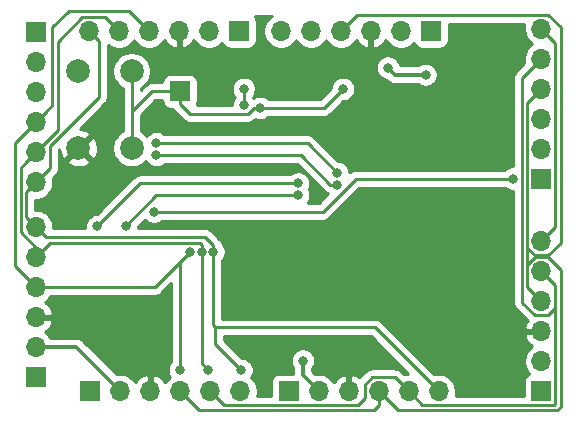
<source format=gbr>
G04 #@! TF.GenerationSoftware,KiCad,Pcbnew,(5.1.5)-3*
G04 #@! TF.CreationDate,2020-05-01T16:20:29+02:00*
G04 #@! TF.ProjectId,Arduino_Uno_R3_From_Scratch,41726475-696e-46f5-9f55-6e6f5f52335f,rev?*
G04 #@! TF.SameCoordinates,Original*
G04 #@! TF.FileFunction,Copper,L2,Bot*
G04 #@! TF.FilePolarity,Positive*
%FSLAX46Y46*%
G04 Gerber Fmt 4.6, Leading zero omitted, Abs format (unit mm)*
G04 Created by KiCad (PCBNEW (5.1.5)-3) date 2020-05-01 16:20:29*
%MOMM*%
%LPD*%
G04 APERTURE LIST*
%ADD10C,2.000000*%
%ADD11R,1.700000X1.700000*%
%ADD12O,1.700000X1.700000*%
%ADD13C,0.800000*%
%ADD14C,0.350000*%
%ADD15C,0.250000*%
%ADD16C,0.254000*%
G04 APERTURE END LIST*
D10*
X185900000Y-105400000D03*
X181400000Y-105400000D03*
X185900000Y-98900000D03*
X181400000Y-98900000D03*
D11*
X190000000Y-100600000D03*
X195000000Y-95500000D03*
D12*
X192460000Y-95500000D03*
X189920000Y-95500000D03*
X187380000Y-95500000D03*
X184840000Y-95500000D03*
X182300000Y-95500000D03*
D11*
X177800000Y-124800000D03*
D12*
X177800000Y-122260000D03*
X177800000Y-119720000D03*
X177800000Y-117180000D03*
X177800000Y-114640000D03*
X177800000Y-112100000D03*
X220600000Y-95300000D03*
X220600000Y-97840000D03*
X220600000Y-100380000D03*
X220600000Y-102920000D03*
X220600000Y-105460000D03*
D11*
X220600000Y-108000000D03*
X220600000Y-126000000D03*
D12*
X220600000Y-123460000D03*
X220600000Y-120920000D03*
X220600000Y-118380000D03*
X220600000Y-115840000D03*
X220600000Y-113300000D03*
X211900000Y-126000000D03*
X209360000Y-126000000D03*
X206820000Y-126000000D03*
X204280000Y-126000000D03*
X201740000Y-126000000D03*
D11*
X199200000Y-126000000D03*
X182400000Y-126000000D03*
D12*
X184940000Y-126000000D03*
X187480000Y-126000000D03*
X190020000Y-126000000D03*
X192560000Y-126000000D03*
X195100000Y-126000000D03*
X198550000Y-95500000D03*
X201090000Y-95500000D03*
X203630000Y-95500000D03*
X206170000Y-95500000D03*
X208710000Y-95500000D03*
D11*
X211250000Y-95500000D03*
X177800000Y-95600000D03*
D12*
X177800000Y-98140000D03*
X177800000Y-100680000D03*
X177800000Y-103220000D03*
X177800000Y-105760000D03*
X177800000Y-108300000D03*
D13*
X200000000Y-108400000D03*
X200000000Y-109400000D03*
X203800000Y-100400000D03*
X195400000Y-100400000D03*
X195400000Y-101800000D03*
X218200000Y-108000000D03*
X187800000Y-110800000D03*
X209200000Y-101200000D03*
X199000000Y-115200000D03*
X208600000Y-112400000D03*
X194000000Y-116800000D03*
X186000000Y-122200000D03*
X200400000Y-123400000D03*
X197000000Y-123400000D03*
X207600000Y-98600000D03*
X210800000Y-99200000D03*
X195200000Y-124200000D03*
X192400000Y-124200000D03*
X190000000Y-124200000D03*
X188000000Y-105000000D03*
X188000000Y-106000000D03*
X203300000Y-108500000D03*
X203300000Y-107500000D03*
X191824977Y-114200000D03*
X192824990Y-114200000D03*
X190824964Y-114200000D03*
X196800000Y-102000000D03*
X183012660Y-112012660D03*
X185400000Y-112000000D03*
D14*
X181200000Y-122260000D02*
X184940000Y-126000000D01*
X177800000Y-122260000D02*
X181200000Y-122260000D01*
X200400000Y-124660000D02*
X201740000Y-126000000D01*
X200400000Y-123400000D02*
X200400000Y-124660000D01*
X208200000Y-99200000D02*
X207600000Y-98600000D01*
X210800000Y-99200000D02*
X208200000Y-99200000D01*
D15*
X202734315Y-108500000D02*
X200234315Y-106000000D01*
X203300000Y-108500000D02*
X202734315Y-108500000D01*
X199434315Y-106000000D02*
X188000000Y-106000000D01*
X200234315Y-106000000D02*
X199434315Y-106000000D01*
X203300000Y-107500000D02*
X200800000Y-105000000D01*
X200800000Y-105000000D02*
X199800000Y-105000000D01*
X200000000Y-105000000D02*
X199800000Y-105000000D01*
X199800000Y-105000000D02*
X188000000Y-105000000D01*
X208510001Y-125150001D02*
X209360000Y-126000000D01*
X206255999Y-124824999D02*
X208184999Y-124824999D01*
X208184999Y-124824999D02*
X208510001Y-125150001D01*
X205644999Y-126564001D02*
X205644999Y-125435999D01*
X205033999Y-127175001D02*
X205644999Y-126564001D01*
X193735001Y-127175001D02*
X205033999Y-127175001D01*
X205644999Y-125435999D02*
X206255999Y-124824999D01*
X192560000Y-126000000D02*
X193735001Y-127175001D01*
X176950001Y-106609999D02*
X177800000Y-105760000D01*
X176499991Y-112538993D02*
X176499991Y-107060009D01*
X177800000Y-113839002D02*
X176499991Y-112538993D01*
X176499991Y-107060009D02*
X176950001Y-106609999D01*
X177800000Y-114640000D02*
X177800000Y-113839002D01*
X192400000Y-124200000D02*
X191824977Y-123624977D01*
X191824977Y-114765685D02*
X191824977Y-114200000D01*
X177800000Y-114640000D02*
X178965001Y-113474999D01*
X191665661Y-113474999D02*
X191824977Y-113634315D01*
X191824977Y-113634315D02*
X191824977Y-114200000D01*
X178965001Y-113474999D02*
X191665661Y-113474999D01*
X191824977Y-123624977D02*
X191824977Y-114765685D01*
X183990001Y-94650001D02*
X184840000Y-95500000D01*
X183664999Y-94324999D02*
X183990001Y-94650001D01*
X181735999Y-94324999D02*
X183664999Y-94324999D01*
X179650010Y-96410988D02*
X181735999Y-94324999D01*
X179650010Y-103909990D02*
X179650010Y-96410988D01*
X177800000Y-105760000D02*
X179650010Y-103909990D01*
X221775001Y-127110001D02*
X221775001Y-117015001D01*
X221710001Y-127175001D02*
X221775001Y-127110001D01*
X210535001Y-127175001D02*
X221710001Y-127175001D01*
X209360000Y-126000000D02*
X210535001Y-127175001D01*
X219750001Y-98689999D02*
X220600000Y-97840000D01*
X218974989Y-99465011D02*
X219750001Y-98689999D01*
X218974989Y-118493991D02*
X218974989Y-99465011D01*
X220035999Y-119555001D02*
X218974989Y-118493991D01*
X221775001Y-118944001D02*
X221164001Y-119555001D01*
X221164001Y-119555001D02*
X220035999Y-119555001D01*
X221775001Y-117015001D02*
X221775001Y-118944001D01*
X220600000Y-115840000D02*
X221775001Y-117015001D01*
X193000000Y-122000000D02*
X195200000Y-124200000D01*
X206500000Y-120600000D02*
X211900000Y-126000000D01*
X193000000Y-120600000D02*
X206500000Y-120600000D01*
X193000000Y-120600000D02*
X193000000Y-122000000D01*
X176950001Y-109149999D02*
X177800000Y-108300000D01*
X176950001Y-111250001D02*
X176950001Y-109149999D01*
X177800000Y-112100000D02*
X176950001Y-111250001D01*
X178649999Y-112949999D02*
X192140674Y-112949999D01*
X192140674Y-112949999D02*
X192824990Y-113634315D01*
X192824990Y-120424990D02*
X192824990Y-114765685D01*
X177800000Y-112100000D02*
X178649999Y-112949999D01*
X192824990Y-113634315D02*
X192824990Y-114200000D01*
X193000000Y-120600000D02*
X192824990Y-120424990D01*
X192824990Y-114765685D02*
X192824990Y-114200000D01*
X183149999Y-101046411D02*
X183149999Y-96349999D01*
X178975001Y-105221409D02*
X183149999Y-101046411D01*
X183149999Y-96349999D02*
X182300000Y-95500000D01*
X178975001Y-107124999D02*
X178975001Y-105221409D01*
X177800000Y-108300000D02*
X178975001Y-107124999D01*
X221449999Y-96149999D02*
X220600000Y-95300000D01*
X221775001Y-96475001D02*
X221449999Y-96149999D01*
X221775001Y-112124999D02*
X221775001Y-96475001D01*
X220600000Y-113300000D02*
X221775001Y-112124999D01*
X206820000Y-127202081D02*
X206820000Y-126000000D01*
X206397071Y-127625010D02*
X206820000Y-127202081D01*
X190020000Y-126000000D02*
X191645010Y-127625010D01*
X191645010Y-127625010D02*
X206397071Y-127625010D01*
X176049981Y-104970019D02*
X176950001Y-104069999D01*
X176049981Y-115429981D02*
X176049981Y-104970019D01*
X176950001Y-104069999D02*
X177800000Y-103220000D01*
X177800000Y-117180000D02*
X176049981Y-115429981D01*
X177800000Y-117180000D02*
X187844964Y-117180000D01*
X190424965Y-114599999D02*
X190824964Y-114200000D01*
X190000000Y-124200000D02*
X190000000Y-115024964D01*
X187844964Y-117180000D02*
X190824964Y-114200000D01*
X190000000Y-115024964D02*
X190424965Y-114599999D01*
X185680000Y-93800000D02*
X187380000Y-95500000D01*
X180600000Y-93800000D02*
X185680000Y-93800000D01*
X178649999Y-102370001D02*
X178649999Y-102350001D01*
X177800000Y-103220000D02*
X178649999Y-102370001D01*
X179200000Y-95200000D02*
X180600000Y-93800000D01*
X178649999Y-102350001D02*
X179200000Y-101800000D01*
X179200000Y-101800000D02*
X179200000Y-95200000D01*
X219424999Y-115275999D02*
X219424999Y-117204999D01*
X220035999Y-114664999D02*
X219424999Y-115275999D01*
X221164001Y-114664999D02*
X220035999Y-114664999D01*
X222225011Y-115726009D02*
X221164001Y-114664999D01*
X222225011Y-127296401D02*
X222225011Y-115726009D01*
X221896402Y-127625010D02*
X222225011Y-127296401D01*
X208445010Y-127625010D02*
X221896402Y-127625010D01*
X206820000Y-126000000D02*
X208445010Y-127625010D01*
X219424999Y-117204999D02*
X219424999Y-101555001D01*
X220600000Y-118380000D02*
X219424999Y-117204999D01*
X204479999Y-94650001D02*
X203630000Y-95500000D01*
X221164001Y-94124999D02*
X205005001Y-94124999D01*
X222225010Y-95186008D02*
X221164001Y-94124999D01*
X220035999Y-114475001D02*
X221164001Y-114475001D01*
X205005001Y-94124999D02*
X204479999Y-94650001D01*
X219424999Y-113864001D02*
X220035999Y-114475001D01*
X219424999Y-101555001D02*
X219424999Y-113864001D01*
X222225010Y-113413992D02*
X222225010Y-95186008D01*
X221164001Y-114475001D02*
X222225010Y-113413992D01*
X220600000Y-100380000D02*
X219424999Y-101555001D01*
X221164001Y-114664999D02*
X221164001Y-114475001D01*
X185900000Y-98900000D02*
X185900000Y-105400000D01*
X185900000Y-102300000D02*
X185900000Y-103985787D01*
X187600000Y-100600000D02*
X185900000Y-102300000D01*
X185900000Y-103985787D02*
X185900000Y-105400000D01*
X190000000Y-100600000D02*
X187600000Y-100600000D01*
X190000000Y-101700000D02*
X190000000Y-100600000D01*
X190825001Y-102525001D02*
X190000000Y-101700000D01*
X195748001Y-102525001D02*
X190825001Y-102525001D01*
X196273002Y-102000000D02*
X195748001Y-102525001D01*
X196800000Y-102000000D02*
X196273002Y-102000000D01*
X202200000Y-102000000D02*
X203800000Y-100400000D01*
X196800000Y-102000000D02*
X202200000Y-102000000D01*
X188365685Y-110800000D02*
X187800000Y-110800000D01*
X202073002Y-110800000D02*
X188365685Y-110800000D01*
X204873002Y-108000000D02*
X202073002Y-110800000D01*
X218200000Y-108000000D02*
X204873002Y-108000000D01*
X200000000Y-108400000D02*
X186625320Y-108400000D01*
X186625320Y-108400000D02*
X183412659Y-111612661D01*
X183412659Y-111612661D02*
X183012660Y-112012660D01*
X188000000Y-109400000D02*
X200000000Y-109400000D01*
X185400000Y-112000000D02*
X188000000Y-109400000D01*
X195400000Y-101800000D02*
X195400000Y-100400000D01*
D16*
G36*
X217540226Y-108803937D02*
G01*
X217709744Y-108917205D01*
X217898102Y-108995226D01*
X218098061Y-109035000D01*
X218214989Y-109035000D01*
X218214989Y-118456669D01*
X218211313Y-118493991D01*
X218214989Y-118531313D01*
X218214989Y-118531323D01*
X218225986Y-118642976D01*
X218249269Y-118719731D01*
X218269443Y-118786237D01*
X218340015Y-118918267D01*
X218368586Y-118953080D01*
X218434988Y-119033992D01*
X218463991Y-119057795D01*
X219427013Y-120020817D01*
X219328359Y-120153080D01*
X219203175Y-120415901D01*
X219158524Y-120563110D01*
X219279845Y-120793000D01*
X220473000Y-120793000D01*
X220473000Y-120773000D01*
X220727000Y-120773000D01*
X220727000Y-120793000D01*
X220747000Y-120793000D01*
X220747000Y-121047000D01*
X220727000Y-121047000D01*
X220727000Y-121067000D01*
X220473000Y-121067000D01*
X220473000Y-121047000D01*
X219279845Y-121047000D01*
X219158524Y-121276890D01*
X219203175Y-121424099D01*
X219328359Y-121686920D01*
X219502412Y-121920269D01*
X219718645Y-122115178D01*
X219835534Y-122184805D01*
X219653368Y-122306525D01*
X219446525Y-122513368D01*
X219284010Y-122756589D01*
X219172068Y-123026842D01*
X219115000Y-123313740D01*
X219115000Y-123606260D01*
X219172068Y-123893158D01*
X219284010Y-124163411D01*
X219446525Y-124406632D01*
X219578380Y-124538487D01*
X219505820Y-124560498D01*
X219395506Y-124619463D01*
X219298815Y-124698815D01*
X219219463Y-124795506D01*
X219160498Y-124905820D01*
X219124188Y-125025518D01*
X219111928Y-125150000D01*
X219111928Y-126415001D01*
X213331544Y-126415001D01*
X213385000Y-126146260D01*
X213385000Y-125853740D01*
X213327932Y-125566842D01*
X213215990Y-125296589D01*
X213053475Y-125053368D01*
X212846632Y-124846525D01*
X212603411Y-124684010D01*
X212333158Y-124572068D01*
X212046260Y-124515000D01*
X211753740Y-124515000D01*
X211533592Y-124558790D01*
X207063804Y-120089003D01*
X207040001Y-120059999D01*
X206924276Y-119965026D01*
X206792247Y-119894454D01*
X206648986Y-119850997D01*
X206537333Y-119840000D01*
X206537322Y-119840000D01*
X206500000Y-119836324D01*
X206462678Y-119840000D01*
X193584990Y-119840000D01*
X193584990Y-114903711D01*
X193628927Y-114859774D01*
X193742195Y-114690256D01*
X193820216Y-114501898D01*
X193859990Y-114301939D01*
X193859990Y-114098061D01*
X193820216Y-113898102D01*
X193742195Y-113709744D01*
X193628927Y-113540226D01*
X193573977Y-113485276D01*
X193530536Y-113342068D01*
X193507516Y-113299001D01*
X193459964Y-113210038D01*
X193388789Y-113123312D01*
X193364991Y-113094314D01*
X193335994Y-113070517D01*
X192704477Y-112439001D01*
X192680675Y-112409998D01*
X192564950Y-112315025D01*
X192432921Y-112244453D01*
X192289660Y-112200996D01*
X192178007Y-112189999D01*
X192177996Y-112189999D01*
X192140674Y-112186323D01*
X192103352Y-112189999D01*
X186417484Y-112189999D01*
X186435000Y-112101939D01*
X186435000Y-112039801D01*
X187005545Y-111469256D01*
X187140226Y-111603937D01*
X187309744Y-111717205D01*
X187498102Y-111795226D01*
X187698061Y-111835000D01*
X187901939Y-111835000D01*
X188101898Y-111795226D01*
X188290256Y-111717205D01*
X188459774Y-111603937D01*
X188503711Y-111560000D01*
X202035680Y-111560000D01*
X202073002Y-111563676D01*
X202110324Y-111560000D01*
X202110335Y-111560000D01*
X202221988Y-111549003D01*
X202365249Y-111505546D01*
X202497278Y-111434974D01*
X202613003Y-111340001D01*
X202636806Y-111310997D01*
X205187804Y-108760000D01*
X217496289Y-108760000D01*
X217540226Y-108803937D01*
G37*
X217540226Y-108803937D02*
X217709744Y-108917205D01*
X217898102Y-108995226D01*
X218098061Y-109035000D01*
X218214989Y-109035000D01*
X218214989Y-118456669D01*
X218211313Y-118493991D01*
X218214989Y-118531313D01*
X218214989Y-118531323D01*
X218225986Y-118642976D01*
X218249269Y-118719731D01*
X218269443Y-118786237D01*
X218340015Y-118918267D01*
X218368586Y-118953080D01*
X218434988Y-119033992D01*
X218463991Y-119057795D01*
X219427013Y-120020817D01*
X219328359Y-120153080D01*
X219203175Y-120415901D01*
X219158524Y-120563110D01*
X219279845Y-120793000D01*
X220473000Y-120793000D01*
X220473000Y-120773000D01*
X220727000Y-120773000D01*
X220727000Y-120793000D01*
X220747000Y-120793000D01*
X220747000Y-121047000D01*
X220727000Y-121047000D01*
X220727000Y-121067000D01*
X220473000Y-121067000D01*
X220473000Y-121047000D01*
X219279845Y-121047000D01*
X219158524Y-121276890D01*
X219203175Y-121424099D01*
X219328359Y-121686920D01*
X219502412Y-121920269D01*
X219718645Y-122115178D01*
X219835534Y-122184805D01*
X219653368Y-122306525D01*
X219446525Y-122513368D01*
X219284010Y-122756589D01*
X219172068Y-123026842D01*
X219115000Y-123313740D01*
X219115000Y-123606260D01*
X219172068Y-123893158D01*
X219284010Y-124163411D01*
X219446525Y-124406632D01*
X219578380Y-124538487D01*
X219505820Y-124560498D01*
X219395506Y-124619463D01*
X219298815Y-124698815D01*
X219219463Y-124795506D01*
X219160498Y-124905820D01*
X219124188Y-125025518D01*
X219111928Y-125150000D01*
X219111928Y-126415001D01*
X213331544Y-126415001D01*
X213385000Y-126146260D01*
X213385000Y-125853740D01*
X213327932Y-125566842D01*
X213215990Y-125296589D01*
X213053475Y-125053368D01*
X212846632Y-124846525D01*
X212603411Y-124684010D01*
X212333158Y-124572068D01*
X212046260Y-124515000D01*
X211753740Y-124515000D01*
X211533592Y-124558790D01*
X207063804Y-120089003D01*
X207040001Y-120059999D01*
X206924276Y-119965026D01*
X206792247Y-119894454D01*
X206648986Y-119850997D01*
X206537333Y-119840000D01*
X206537322Y-119840000D01*
X206500000Y-119836324D01*
X206462678Y-119840000D01*
X193584990Y-119840000D01*
X193584990Y-114903711D01*
X193628927Y-114859774D01*
X193742195Y-114690256D01*
X193820216Y-114501898D01*
X193859990Y-114301939D01*
X193859990Y-114098061D01*
X193820216Y-113898102D01*
X193742195Y-113709744D01*
X193628927Y-113540226D01*
X193573977Y-113485276D01*
X193530536Y-113342068D01*
X193507516Y-113299001D01*
X193459964Y-113210038D01*
X193388789Y-113123312D01*
X193364991Y-113094314D01*
X193335994Y-113070517D01*
X192704477Y-112439001D01*
X192680675Y-112409998D01*
X192564950Y-112315025D01*
X192432921Y-112244453D01*
X192289660Y-112200996D01*
X192178007Y-112189999D01*
X192177996Y-112189999D01*
X192140674Y-112186323D01*
X192103352Y-112189999D01*
X186417484Y-112189999D01*
X186435000Y-112101939D01*
X186435000Y-112039801D01*
X187005545Y-111469256D01*
X187140226Y-111603937D01*
X187309744Y-111717205D01*
X187498102Y-111795226D01*
X187698061Y-111835000D01*
X187901939Y-111835000D01*
X188101898Y-111795226D01*
X188290256Y-111717205D01*
X188459774Y-111603937D01*
X188503711Y-111560000D01*
X202035680Y-111560000D01*
X202073002Y-111563676D01*
X202110324Y-111560000D01*
X202110335Y-111560000D01*
X202221988Y-111549003D01*
X202365249Y-111505546D01*
X202497278Y-111434974D01*
X202613003Y-111340001D01*
X202636806Y-111310997D01*
X205187804Y-108760000D01*
X217496289Y-108760000D01*
X217540226Y-108803937D01*
G36*
X209340198Y-124515000D02*
G01*
X209213740Y-124515000D01*
X208993592Y-124558791D01*
X208748803Y-124314002D01*
X208725000Y-124284998D01*
X208609275Y-124190025D01*
X208477246Y-124119453D01*
X208333985Y-124075996D01*
X208222332Y-124064999D01*
X208222321Y-124064999D01*
X208184999Y-124061323D01*
X208147677Y-124064999D01*
X206293321Y-124064999D01*
X206255998Y-124061323D01*
X206218675Y-124064999D01*
X206218666Y-124064999D01*
X206107013Y-124075996D01*
X205963752Y-124119453D01*
X205831723Y-124190025D01*
X205831721Y-124190026D01*
X205831722Y-124190026D01*
X205744995Y-124261200D01*
X205744991Y-124261204D01*
X205715998Y-124284998D01*
X205692204Y-124313991D01*
X205179184Y-124827013D01*
X205046920Y-124728359D01*
X204784099Y-124603175D01*
X204636890Y-124558524D01*
X204407000Y-124679845D01*
X204407000Y-125873000D01*
X204427000Y-125873000D01*
X204427000Y-126127000D01*
X204407000Y-126127000D01*
X204407000Y-126147000D01*
X204153000Y-126147000D01*
X204153000Y-126127000D01*
X204133000Y-126127000D01*
X204133000Y-125873000D01*
X204153000Y-125873000D01*
X204153000Y-124679845D01*
X203923110Y-124558524D01*
X203775901Y-124603175D01*
X203513080Y-124728359D01*
X203279731Y-124902412D01*
X203084822Y-125118645D01*
X203015195Y-125235534D01*
X202893475Y-125053368D01*
X202686632Y-124846525D01*
X202443411Y-124684010D01*
X202173158Y-124572068D01*
X201886260Y-124515000D01*
X201593740Y-124515000D01*
X201432571Y-124547059D01*
X201210000Y-124324488D01*
X201210000Y-124050700D01*
X201317205Y-123890256D01*
X201395226Y-123701898D01*
X201435000Y-123501939D01*
X201435000Y-123298061D01*
X201395226Y-123098102D01*
X201317205Y-122909744D01*
X201203937Y-122740226D01*
X201059774Y-122596063D01*
X200890256Y-122482795D01*
X200701898Y-122404774D01*
X200501939Y-122365000D01*
X200298061Y-122365000D01*
X200098102Y-122404774D01*
X199909744Y-122482795D01*
X199740226Y-122596063D01*
X199596063Y-122740226D01*
X199482795Y-122909744D01*
X199404774Y-123098102D01*
X199365000Y-123298061D01*
X199365000Y-123501939D01*
X199404774Y-123701898D01*
X199482795Y-123890256D01*
X199590001Y-124050701D01*
X199590001Y-124511928D01*
X198350000Y-124511928D01*
X198225518Y-124524188D01*
X198105820Y-124560498D01*
X197995506Y-124619463D01*
X197898815Y-124698815D01*
X197819463Y-124795506D01*
X197760498Y-124905820D01*
X197724188Y-125025518D01*
X197711928Y-125150000D01*
X197711928Y-126415001D01*
X196531544Y-126415001D01*
X196585000Y-126146260D01*
X196585000Y-125853740D01*
X196527932Y-125566842D01*
X196415990Y-125296589D01*
X196253475Y-125053368D01*
X196046632Y-124846525D01*
X196023235Y-124830892D01*
X196117205Y-124690256D01*
X196195226Y-124501898D01*
X196235000Y-124301939D01*
X196235000Y-124098061D01*
X196195226Y-123898102D01*
X196117205Y-123709744D01*
X196003937Y-123540226D01*
X195859774Y-123396063D01*
X195690256Y-123282795D01*
X195501898Y-123204774D01*
X195301939Y-123165000D01*
X195239802Y-123165000D01*
X193760000Y-121685199D01*
X193760000Y-121360000D01*
X206185199Y-121360000D01*
X209340198Y-124515000D01*
G37*
X209340198Y-124515000D02*
X209213740Y-124515000D01*
X208993592Y-124558791D01*
X208748803Y-124314002D01*
X208725000Y-124284998D01*
X208609275Y-124190025D01*
X208477246Y-124119453D01*
X208333985Y-124075996D01*
X208222332Y-124064999D01*
X208222321Y-124064999D01*
X208184999Y-124061323D01*
X208147677Y-124064999D01*
X206293321Y-124064999D01*
X206255998Y-124061323D01*
X206218675Y-124064999D01*
X206218666Y-124064999D01*
X206107013Y-124075996D01*
X205963752Y-124119453D01*
X205831723Y-124190025D01*
X205831721Y-124190026D01*
X205831722Y-124190026D01*
X205744995Y-124261200D01*
X205744991Y-124261204D01*
X205715998Y-124284998D01*
X205692204Y-124313991D01*
X205179184Y-124827013D01*
X205046920Y-124728359D01*
X204784099Y-124603175D01*
X204636890Y-124558524D01*
X204407000Y-124679845D01*
X204407000Y-125873000D01*
X204427000Y-125873000D01*
X204427000Y-126127000D01*
X204407000Y-126127000D01*
X204407000Y-126147000D01*
X204153000Y-126147000D01*
X204153000Y-126127000D01*
X204133000Y-126127000D01*
X204133000Y-125873000D01*
X204153000Y-125873000D01*
X204153000Y-124679845D01*
X203923110Y-124558524D01*
X203775901Y-124603175D01*
X203513080Y-124728359D01*
X203279731Y-124902412D01*
X203084822Y-125118645D01*
X203015195Y-125235534D01*
X202893475Y-125053368D01*
X202686632Y-124846525D01*
X202443411Y-124684010D01*
X202173158Y-124572068D01*
X201886260Y-124515000D01*
X201593740Y-124515000D01*
X201432571Y-124547059D01*
X201210000Y-124324488D01*
X201210000Y-124050700D01*
X201317205Y-123890256D01*
X201395226Y-123701898D01*
X201435000Y-123501939D01*
X201435000Y-123298061D01*
X201395226Y-123098102D01*
X201317205Y-122909744D01*
X201203937Y-122740226D01*
X201059774Y-122596063D01*
X200890256Y-122482795D01*
X200701898Y-122404774D01*
X200501939Y-122365000D01*
X200298061Y-122365000D01*
X200098102Y-122404774D01*
X199909744Y-122482795D01*
X199740226Y-122596063D01*
X199596063Y-122740226D01*
X199482795Y-122909744D01*
X199404774Y-123098102D01*
X199365000Y-123298061D01*
X199365000Y-123501939D01*
X199404774Y-123701898D01*
X199482795Y-123890256D01*
X199590001Y-124050701D01*
X199590001Y-124511928D01*
X198350000Y-124511928D01*
X198225518Y-124524188D01*
X198105820Y-124560498D01*
X197995506Y-124619463D01*
X197898815Y-124698815D01*
X197819463Y-124795506D01*
X197760498Y-124905820D01*
X197724188Y-125025518D01*
X197711928Y-125150000D01*
X197711928Y-126415001D01*
X196531544Y-126415001D01*
X196585000Y-126146260D01*
X196585000Y-125853740D01*
X196527932Y-125566842D01*
X196415990Y-125296589D01*
X196253475Y-125053368D01*
X196046632Y-124846525D01*
X196023235Y-124830892D01*
X196117205Y-124690256D01*
X196195226Y-124501898D01*
X196235000Y-124301939D01*
X196235000Y-124098061D01*
X196195226Y-123898102D01*
X196117205Y-123709744D01*
X196003937Y-123540226D01*
X195859774Y-123396063D01*
X195690256Y-123282795D01*
X195501898Y-123204774D01*
X195301939Y-123165000D01*
X195239802Y-123165000D01*
X193760000Y-121685199D01*
X193760000Y-121360000D01*
X206185199Y-121360000D01*
X209340198Y-124515000D01*
G36*
X189240000Y-123496289D02*
G01*
X189196063Y-123540226D01*
X189082795Y-123709744D01*
X189004774Y-123898102D01*
X188965000Y-124098061D01*
X188965000Y-124301939D01*
X189004774Y-124501898D01*
X189082795Y-124690256D01*
X189152072Y-124793937D01*
X189073368Y-124846525D01*
X188866525Y-125053368D01*
X188744805Y-125235534D01*
X188675178Y-125118645D01*
X188480269Y-124902412D01*
X188246920Y-124728359D01*
X187984099Y-124603175D01*
X187836890Y-124558524D01*
X187607000Y-124679845D01*
X187607000Y-125873000D01*
X187627000Y-125873000D01*
X187627000Y-126127000D01*
X187607000Y-126127000D01*
X187607000Y-126147000D01*
X187353000Y-126147000D01*
X187353000Y-126127000D01*
X187333000Y-126127000D01*
X187333000Y-125873000D01*
X187353000Y-125873000D01*
X187353000Y-124679845D01*
X187123110Y-124558524D01*
X186975901Y-124603175D01*
X186713080Y-124728359D01*
X186479731Y-124902412D01*
X186284822Y-125118645D01*
X186215195Y-125235534D01*
X186093475Y-125053368D01*
X185886632Y-124846525D01*
X185643411Y-124684010D01*
X185373158Y-124572068D01*
X185086260Y-124515000D01*
X184793740Y-124515000D01*
X184632571Y-124547059D01*
X181800900Y-121715388D01*
X181775528Y-121684472D01*
X181652189Y-121583251D01*
X181511473Y-121508037D01*
X181358788Y-121461720D01*
X181239791Y-121450000D01*
X181239788Y-121450000D01*
X181200000Y-121446081D01*
X181160212Y-121450000D01*
X179044770Y-121450000D01*
X178953475Y-121313368D01*
X178746632Y-121106525D01*
X178564466Y-120984805D01*
X178681355Y-120915178D01*
X178897588Y-120720269D01*
X179071641Y-120486920D01*
X179196825Y-120224099D01*
X179241476Y-120076890D01*
X179120155Y-119847000D01*
X177927000Y-119847000D01*
X177927000Y-119867000D01*
X177673000Y-119867000D01*
X177673000Y-119847000D01*
X177653000Y-119847000D01*
X177653000Y-119593000D01*
X177673000Y-119593000D01*
X177673000Y-119573000D01*
X177927000Y-119573000D01*
X177927000Y-119593000D01*
X179120155Y-119593000D01*
X179241476Y-119363110D01*
X179196825Y-119215901D01*
X179071641Y-118953080D01*
X178897588Y-118719731D01*
X178681355Y-118524822D01*
X178564466Y-118455195D01*
X178746632Y-118333475D01*
X178953475Y-118126632D01*
X179078178Y-117940000D01*
X187807642Y-117940000D01*
X187844964Y-117943676D01*
X187882286Y-117940000D01*
X187882297Y-117940000D01*
X187993950Y-117929003D01*
X188137211Y-117885546D01*
X188269240Y-117814974D01*
X188384965Y-117720001D01*
X188408768Y-117690997D01*
X189240001Y-116859765D01*
X189240000Y-123496289D01*
G37*
X189240000Y-123496289D02*
X189196063Y-123540226D01*
X189082795Y-123709744D01*
X189004774Y-123898102D01*
X188965000Y-124098061D01*
X188965000Y-124301939D01*
X189004774Y-124501898D01*
X189082795Y-124690256D01*
X189152072Y-124793937D01*
X189073368Y-124846525D01*
X188866525Y-125053368D01*
X188744805Y-125235534D01*
X188675178Y-125118645D01*
X188480269Y-124902412D01*
X188246920Y-124728359D01*
X187984099Y-124603175D01*
X187836890Y-124558524D01*
X187607000Y-124679845D01*
X187607000Y-125873000D01*
X187627000Y-125873000D01*
X187627000Y-126127000D01*
X187607000Y-126127000D01*
X187607000Y-126147000D01*
X187353000Y-126147000D01*
X187353000Y-126127000D01*
X187333000Y-126127000D01*
X187333000Y-125873000D01*
X187353000Y-125873000D01*
X187353000Y-124679845D01*
X187123110Y-124558524D01*
X186975901Y-124603175D01*
X186713080Y-124728359D01*
X186479731Y-124902412D01*
X186284822Y-125118645D01*
X186215195Y-125235534D01*
X186093475Y-125053368D01*
X185886632Y-124846525D01*
X185643411Y-124684010D01*
X185373158Y-124572068D01*
X185086260Y-124515000D01*
X184793740Y-124515000D01*
X184632571Y-124547059D01*
X181800900Y-121715388D01*
X181775528Y-121684472D01*
X181652189Y-121583251D01*
X181511473Y-121508037D01*
X181358788Y-121461720D01*
X181239791Y-121450000D01*
X181239788Y-121450000D01*
X181200000Y-121446081D01*
X181160212Y-121450000D01*
X179044770Y-121450000D01*
X178953475Y-121313368D01*
X178746632Y-121106525D01*
X178564466Y-120984805D01*
X178681355Y-120915178D01*
X178897588Y-120720269D01*
X179071641Y-120486920D01*
X179196825Y-120224099D01*
X179241476Y-120076890D01*
X179120155Y-119847000D01*
X177927000Y-119847000D01*
X177927000Y-119867000D01*
X177673000Y-119867000D01*
X177673000Y-119847000D01*
X177653000Y-119847000D01*
X177653000Y-119593000D01*
X177673000Y-119593000D01*
X177673000Y-119573000D01*
X177927000Y-119573000D01*
X177927000Y-119593000D01*
X179120155Y-119593000D01*
X179241476Y-119363110D01*
X179196825Y-119215901D01*
X179071641Y-118953080D01*
X178897588Y-118719731D01*
X178681355Y-118524822D01*
X178564466Y-118455195D01*
X178746632Y-118333475D01*
X178953475Y-118126632D01*
X179078178Y-117940000D01*
X187807642Y-117940000D01*
X187844964Y-117943676D01*
X187882286Y-117940000D01*
X187882297Y-117940000D01*
X187993950Y-117929003D01*
X188137211Y-117885546D01*
X188269240Y-117814974D01*
X188384965Y-117720001D01*
X188408768Y-117690997D01*
X189240001Y-116859765D01*
X189240000Y-123496289D01*
G36*
X197603368Y-94346525D02*
G01*
X197396525Y-94553368D01*
X197234010Y-94796589D01*
X197122068Y-95066842D01*
X197065000Y-95353740D01*
X197065000Y-95646260D01*
X197122068Y-95933158D01*
X197234010Y-96203411D01*
X197396525Y-96446632D01*
X197603368Y-96653475D01*
X197846589Y-96815990D01*
X198116842Y-96927932D01*
X198403740Y-96985000D01*
X198696260Y-96985000D01*
X198983158Y-96927932D01*
X199253411Y-96815990D01*
X199496632Y-96653475D01*
X199703475Y-96446632D01*
X199820000Y-96272240D01*
X199936525Y-96446632D01*
X200143368Y-96653475D01*
X200386589Y-96815990D01*
X200656842Y-96927932D01*
X200943740Y-96985000D01*
X201236260Y-96985000D01*
X201523158Y-96927932D01*
X201793411Y-96815990D01*
X202036632Y-96653475D01*
X202243475Y-96446632D01*
X202360000Y-96272240D01*
X202476525Y-96446632D01*
X202683368Y-96653475D01*
X202926589Y-96815990D01*
X203196842Y-96927932D01*
X203483740Y-96985000D01*
X203776260Y-96985000D01*
X204063158Y-96927932D01*
X204333411Y-96815990D01*
X204576632Y-96653475D01*
X204783475Y-96446632D01*
X204905195Y-96264466D01*
X204974822Y-96381355D01*
X205169731Y-96597588D01*
X205403080Y-96771641D01*
X205665901Y-96896825D01*
X205813110Y-96941476D01*
X206043000Y-96820155D01*
X206043000Y-95627000D01*
X206023000Y-95627000D01*
X206023000Y-95373000D01*
X206043000Y-95373000D01*
X206043000Y-95353000D01*
X206297000Y-95353000D01*
X206297000Y-95373000D01*
X206317000Y-95373000D01*
X206317000Y-95627000D01*
X206297000Y-95627000D01*
X206297000Y-96820155D01*
X206526890Y-96941476D01*
X206674099Y-96896825D01*
X206936920Y-96771641D01*
X207170269Y-96597588D01*
X207365178Y-96381355D01*
X207434805Y-96264466D01*
X207556525Y-96446632D01*
X207763368Y-96653475D01*
X208006589Y-96815990D01*
X208276842Y-96927932D01*
X208563740Y-96985000D01*
X208856260Y-96985000D01*
X209143158Y-96927932D01*
X209413411Y-96815990D01*
X209656632Y-96653475D01*
X209788487Y-96521620D01*
X209810498Y-96594180D01*
X209869463Y-96704494D01*
X209948815Y-96801185D01*
X210045506Y-96880537D01*
X210155820Y-96939502D01*
X210275518Y-96975812D01*
X210400000Y-96988072D01*
X212100000Y-96988072D01*
X212224482Y-96975812D01*
X212344180Y-96939502D01*
X212454494Y-96880537D01*
X212551185Y-96801185D01*
X212630537Y-96704494D01*
X212689502Y-96594180D01*
X212725812Y-96474482D01*
X212738072Y-96350000D01*
X212738072Y-94884999D01*
X219168456Y-94884999D01*
X219115000Y-95153740D01*
X219115000Y-95446260D01*
X219172068Y-95733158D01*
X219284010Y-96003411D01*
X219446525Y-96246632D01*
X219653368Y-96453475D01*
X219827760Y-96570000D01*
X219653368Y-96686525D01*
X219446525Y-96893368D01*
X219284010Y-97136589D01*
X219172068Y-97406842D01*
X219115000Y-97693740D01*
X219115000Y-97986260D01*
X219158790Y-98206407D01*
X218463986Y-98901212D01*
X218434989Y-98925010D01*
X218411191Y-98954008D01*
X218411190Y-98954009D01*
X218340015Y-99040735D01*
X218269443Y-99172765D01*
X218225987Y-99316026D01*
X218211313Y-99465011D01*
X218214990Y-99502344D01*
X218214990Y-106965000D01*
X218098061Y-106965000D01*
X217898102Y-107004774D01*
X217709744Y-107082795D01*
X217540226Y-107196063D01*
X217496289Y-107240000D01*
X204910325Y-107240000D01*
X204873002Y-107236324D01*
X204835679Y-107240000D01*
X204835669Y-107240000D01*
X204724016Y-107250997D01*
X204580755Y-107294454D01*
X204448725Y-107365026D01*
X204365085Y-107433668D01*
X204335000Y-107458358D01*
X204335000Y-107398061D01*
X204295226Y-107198102D01*
X204217205Y-107009744D01*
X204103937Y-106840226D01*
X203959774Y-106696063D01*
X203790256Y-106582795D01*
X203601898Y-106504774D01*
X203401939Y-106465000D01*
X203339802Y-106465000D01*
X201363804Y-104489003D01*
X201340001Y-104459999D01*
X201224276Y-104365026D01*
X201092247Y-104294454D01*
X200948986Y-104250997D01*
X200837333Y-104240000D01*
X200837322Y-104240000D01*
X200800000Y-104236324D01*
X200762678Y-104240000D01*
X188703711Y-104240000D01*
X188659774Y-104196063D01*
X188490256Y-104082795D01*
X188301898Y-104004774D01*
X188101939Y-103965000D01*
X187898061Y-103965000D01*
X187698102Y-104004774D01*
X187509744Y-104082795D01*
X187340226Y-104196063D01*
X187196063Y-104340226D01*
X187177171Y-104368500D01*
X187169987Y-104357748D01*
X186942252Y-104130013D01*
X186674463Y-103951082D01*
X186660000Y-103945091D01*
X186660000Y-102614801D01*
X187914802Y-101360000D01*
X188511928Y-101360000D01*
X188511928Y-101450000D01*
X188524188Y-101574482D01*
X188560498Y-101694180D01*
X188619463Y-101804494D01*
X188698815Y-101901185D01*
X188795506Y-101980537D01*
X188905820Y-102039502D01*
X189025518Y-102075812D01*
X189150000Y-102088072D01*
X189345674Y-102088072D01*
X189365026Y-102124276D01*
X189388665Y-102153080D01*
X189459999Y-102240001D01*
X189489002Y-102263803D01*
X190261202Y-103036003D01*
X190285000Y-103065002D01*
X190313998Y-103088800D01*
X190400725Y-103159975D01*
X190532754Y-103230547D01*
X190676015Y-103274004D01*
X190825001Y-103288678D01*
X190862334Y-103285001D01*
X195710679Y-103285001D01*
X195748001Y-103288677D01*
X195785323Y-103285001D01*
X195785334Y-103285001D01*
X195896987Y-103274004D01*
X196040248Y-103230547D01*
X196172277Y-103159975D01*
X196288002Y-103065002D01*
X196311804Y-103035999D01*
X196395201Y-102952603D01*
X196498102Y-102995226D01*
X196698061Y-103035000D01*
X196901939Y-103035000D01*
X197101898Y-102995226D01*
X197290256Y-102917205D01*
X197459774Y-102803937D01*
X197503711Y-102760000D01*
X202162678Y-102760000D01*
X202200000Y-102763676D01*
X202237322Y-102760000D01*
X202237333Y-102760000D01*
X202348986Y-102749003D01*
X202492247Y-102705546D01*
X202624276Y-102634974D01*
X202740001Y-102540001D01*
X202763804Y-102510997D01*
X203839802Y-101435000D01*
X203901939Y-101435000D01*
X204101898Y-101395226D01*
X204290256Y-101317205D01*
X204459774Y-101203937D01*
X204603937Y-101059774D01*
X204717205Y-100890256D01*
X204795226Y-100701898D01*
X204835000Y-100501939D01*
X204835000Y-100298061D01*
X204795226Y-100098102D01*
X204717205Y-99909744D01*
X204603937Y-99740226D01*
X204459774Y-99596063D01*
X204290256Y-99482795D01*
X204101898Y-99404774D01*
X203901939Y-99365000D01*
X203698061Y-99365000D01*
X203498102Y-99404774D01*
X203309744Y-99482795D01*
X203140226Y-99596063D01*
X202996063Y-99740226D01*
X202882795Y-99909744D01*
X202804774Y-100098102D01*
X202765000Y-100298061D01*
X202765000Y-100360198D01*
X201885199Y-101240000D01*
X197503711Y-101240000D01*
X197459774Y-101196063D01*
X197290256Y-101082795D01*
X197101898Y-101004774D01*
X196901939Y-100965000D01*
X196698061Y-100965000D01*
X196498102Y-101004774D01*
X196309744Y-101082795D01*
X196210065Y-101149398D01*
X196203937Y-101140226D01*
X196163711Y-101100000D01*
X196203937Y-101059774D01*
X196317205Y-100890256D01*
X196395226Y-100701898D01*
X196435000Y-100501939D01*
X196435000Y-100298061D01*
X196395226Y-100098102D01*
X196317205Y-99909744D01*
X196203937Y-99740226D01*
X196059774Y-99596063D01*
X195890256Y-99482795D01*
X195701898Y-99404774D01*
X195501939Y-99365000D01*
X195298061Y-99365000D01*
X195098102Y-99404774D01*
X194909744Y-99482795D01*
X194740226Y-99596063D01*
X194596063Y-99740226D01*
X194482795Y-99909744D01*
X194404774Y-100098102D01*
X194365000Y-100298061D01*
X194365000Y-100501939D01*
X194404774Y-100701898D01*
X194482795Y-100890256D01*
X194596063Y-101059774D01*
X194636289Y-101100000D01*
X194596063Y-101140226D01*
X194482795Y-101309744D01*
X194404774Y-101498102D01*
X194365000Y-101698061D01*
X194365000Y-101765001D01*
X191401647Y-101765001D01*
X191439502Y-101694180D01*
X191475812Y-101574482D01*
X191488072Y-101450000D01*
X191488072Y-99750000D01*
X191475812Y-99625518D01*
X191439502Y-99505820D01*
X191380537Y-99395506D01*
X191301185Y-99298815D01*
X191204494Y-99219463D01*
X191094180Y-99160498D01*
X190974482Y-99124188D01*
X190850000Y-99111928D01*
X189150000Y-99111928D01*
X189025518Y-99124188D01*
X188905820Y-99160498D01*
X188795506Y-99219463D01*
X188698815Y-99298815D01*
X188619463Y-99395506D01*
X188560498Y-99505820D01*
X188524188Y-99625518D01*
X188511928Y-99750000D01*
X188511928Y-99840000D01*
X187637322Y-99840000D01*
X187599999Y-99836324D01*
X187562676Y-99840000D01*
X187562667Y-99840000D01*
X187451014Y-99850997D01*
X187324787Y-99889287D01*
X187307753Y-99894454D01*
X187175723Y-99965026D01*
X187098003Y-100028810D01*
X187059999Y-100059999D01*
X187036201Y-100088997D01*
X186660000Y-100465198D01*
X186660000Y-100354909D01*
X186674463Y-100348918D01*
X186942252Y-100169987D01*
X187169987Y-99942252D01*
X187348918Y-99674463D01*
X187472168Y-99376912D01*
X187535000Y-99061033D01*
X187535000Y-98738967D01*
X187487082Y-98498061D01*
X206565000Y-98498061D01*
X206565000Y-98701939D01*
X206604774Y-98901898D01*
X206682795Y-99090256D01*
X206796063Y-99259774D01*
X206940226Y-99403937D01*
X207109744Y-99517205D01*
X207298102Y-99595226D01*
X207487358Y-99632871D01*
X207599105Y-99744617D01*
X207624472Y-99775528D01*
X207674033Y-99816201D01*
X207747810Y-99876749D01*
X207815782Y-99913080D01*
X207888527Y-99951963D01*
X208041212Y-99998280D01*
X208160209Y-100010000D01*
X208160211Y-100010000D01*
X208199999Y-100013919D01*
X208239787Y-100010000D01*
X210149300Y-100010000D01*
X210309744Y-100117205D01*
X210498102Y-100195226D01*
X210698061Y-100235000D01*
X210901939Y-100235000D01*
X211101898Y-100195226D01*
X211290256Y-100117205D01*
X211459774Y-100003937D01*
X211603937Y-99859774D01*
X211717205Y-99690256D01*
X211795226Y-99501898D01*
X211835000Y-99301939D01*
X211835000Y-99098061D01*
X211795226Y-98898102D01*
X211717205Y-98709744D01*
X211603937Y-98540226D01*
X211459774Y-98396063D01*
X211290256Y-98282795D01*
X211101898Y-98204774D01*
X210901939Y-98165000D01*
X210698061Y-98165000D01*
X210498102Y-98204774D01*
X210309744Y-98282795D01*
X210149300Y-98390000D01*
X208613506Y-98390000D01*
X208595226Y-98298102D01*
X208517205Y-98109744D01*
X208403937Y-97940226D01*
X208259774Y-97796063D01*
X208090256Y-97682795D01*
X207901898Y-97604774D01*
X207701939Y-97565000D01*
X207498061Y-97565000D01*
X207298102Y-97604774D01*
X207109744Y-97682795D01*
X206940226Y-97796063D01*
X206796063Y-97940226D01*
X206682795Y-98109744D01*
X206604774Y-98298102D01*
X206565000Y-98498061D01*
X187487082Y-98498061D01*
X187472168Y-98423088D01*
X187348918Y-98125537D01*
X187169987Y-97857748D01*
X186942252Y-97630013D01*
X186674463Y-97451082D01*
X186376912Y-97327832D01*
X186061033Y-97265000D01*
X185738967Y-97265000D01*
X185423088Y-97327832D01*
X185125537Y-97451082D01*
X184857748Y-97630013D01*
X184630013Y-97857748D01*
X184451082Y-98125537D01*
X184327832Y-98423088D01*
X184265000Y-98738967D01*
X184265000Y-99061033D01*
X184327832Y-99376912D01*
X184451082Y-99674463D01*
X184630013Y-99942252D01*
X184857748Y-100169987D01*
X185125537Y-100348918D01*
X185140000Y-100354909D01*
X185140001Y-102262663D01*
X185140000Y-102262668D01*
X185140000Y-102262678D01*
X185136324Y-102300000D01*
X185140000Y-102337323D01*
X185140001Y-103146314D01*
X185140001Y-103945091D01*
X185125537Y-103951082D01*
X184857748Y-104130013D01*
X184630013Y-104357748D01*
X184451082Y-104625537D01*
X184327832Y-104923088D01*
X184265000Y-105238967D01*
X184265000Y-105561033D01*
X184327832Y-105876912D01*
X184451082Y-106174463D01*
X184630013Y-106442252D01*
X184857748Y-106669987D01*
X185125537Y-106848918D01*
X185423088Y-106972168D01*
X185738967Y-107035000D01*
X186061033Y-107035000D01*
X186376912Y-106972168D01*
X186674463Y-106848918D01*
X186942252Y-106669987D01*
X187098491Y-106513748D01*
X187196063Y-106659774D01*
X187340226Y-106803937D01*
X187509744Y-106917205D01*
X187698102Y-106995226D01*
X187898061Y-107035000D01*
X188101939Y-107035000D01*
X188301898Y-106995226D01*
X188490256Y-106917205D01*
X188659774Y-106803937D01*
X188703711Y-106760000D01*
X199919514Y-106760000D01*
X202170516Y-109011003D01*
X202194314Y-109040001D01*
X202223312Y-109063799D01*
X202310038Y-109134974D01*
X202439058Y-109203937D01*
X202442068Y-109205546D01*
X202557607Y-109240594D01*
X201758201Y-110040000D01*
X200817150Y-110040000D01*
X200917205Y-109890256D01*
X200995226Y-109701898D01*
X201035000Y-109501939D01*
X201035000Y-109298061D01*
X200995226Y-109098102D01*
X200917205Y-108909744D01*
X200910694Y-108900000D01*
X200917205Y-108890256D01*
X200995226Y-108701898D01*
X201035000Y-108501939D01*
X201035000Y-108298061D01*
X200995226Y-108098102D01*
X200917205Y-107909744D01*
X200803937Y-107740226D01*
X200659774Y-107596063D01*
X200490256Y-107482795D01*
X200301898Y-107404774D01*
X200101939Y-107365000D01*
X199898061Y-107365000D01*
X199698102Y-107404774D01*
X199509744Y-107482795D01*
X199340226Y-107596063D01*
X199296289Y-107640000D01*
X186662645Y-107640000D01*
X186625320Y-107636324D01*
X186587995Y-107640000D01*
X186587987Y-107640000D01*
X186476334Y-107650997D01*
X186333073Y-107694454D01*
X186201044Y-107765026D01*
X186085319Y-107859999D01*
X186061521Y-107888997D01*
X182972859Y-110977660D01*
X182910721Y-110977660D01*
X182710762Y-111017434D01*
X182522404Y-111095455D01*
X182352886Y-111208723D01*
X182208723Y-111352886D01*
X182095455Y-111522404D01*
X182017434Y-111710762D01*
X181977660Y-111910721D01*
X181977660Y-112114599D01*
X181992658Y-112189999D01*
X179285000Y-112189999D01*
X179285000Y-111953740D01*
X179227932Y-111666842D01*
X179115990Y-111396589D01*
X178953475Y-111153368D01*
X178746632Y-110946525D01*
X178503411Y-110784010D01*
X178233158Y-110672068D01*
X177946260Y-110615000D01*
X177710001Y-110615000D01*
X177710001Y-109785000D01*
X177946260Y-109785000D01*
X178233158Y-109727932D01*
X178503411Y-109615990D01*
X178746632Y-109453475D01*
X178953475Y-109246632D01*
X179115990Y-109003411D01*
X179227932Y-108733158D01*
X179285000Y-108446260D01*
X179285000Y-108153740D01*
X179241210Y-107933592D01*
X179486005Y-107688797D01*
X179515002Y-107665000D01*
X179609975Y-107549275D01*
X179680547Y-107417246D01*
X179724004Y-107273985D01*
X179735001Y-107162332D01*
X179735001Y-107162323D01*
X179738677Y-107125000D01*
X179735001Y-107087677D01*
X179735001Y-106535413D01*
X180444192Y-106535413D01*
X180539956Y-106799814D01*
X180829571Y-106940704D01*
X181141108Y-107022384D01*
X181462595Y-107041718D01*
X181781675Y-106997961D01*
X182086088Y-106892795D01*
X182260044Y-106799814D01*
X182355808Y-106535413D01*
X181400000Y-105579605D01*
X180444192Y-106535413D01*
X179735001Y-106535413D01*
X179735001Y-105536210D01*
X179764352Y-105506859D01*
X179802039Y-105781675D01*
X179907205Y-106086088D01*
X180000186Y-106260044D01*
X180264587Y-106355808D01*
X181220395Y-105400000D01*
X181579605Y-105400000D01*
X182535413Y-106355808D01*
X182799814Y-106260044D01*
X182940704Y-105970429D01*
X183022384Y-105658892D01*
X183041718Y-105337405D01*
X182997961Y-105018325D01*
X182892795Y-104713912D01*
X182799814Y-104539956D01*
X182535413Y-104444192D01*
X181579605Y-105400000D01*
X181220395Y-105400000D01*
X181206253Y-105385858D01*
X181385858Y-105206253D01*
X181400000Y-105220395D01*
X182355808Y-104264587D01*
X182260044Y-104000186D01*
X181970429Y-103859296D01*
X181658892Y-103777616D01*
X181502972Y-103768239D01*
X183661003Y-101610209D01*
X183690000Y-101586412D01*
X183784973Y-101470687D01*
X183855545Y-101338658D01*
X183899002Y-101195397D01*
X183909999Y-101083744D01*
X183909999Y-101083736D01*
X183913675Y-101046411D01*
X183909999Y-101009086D01*
X183909999Y-96664587D01*
X184136589Y-96815990D01*
X184406842Y-96927932D01*
X184693740Y-96985000D01*
X184986260Y-96985000D01*
X185273158Y-96927932D01*
X185543411Y-96815990D01*
X185786632Y-96653475D01*
X185993475Y-96446632D01*
X186110000Y-96272240D01*
X186226525Y-96446632D01*
X186433368Y-96653475D01*
X186676589Y-96815990D01*
X186946842Y-96927932D01*
X187233740Y-96985000D01*
X187526260Y-96985000D01*
X187813158Y-96927932D01*
X188083411Y-96815990D01*
X188326632Y-96653475D01*
X188533475Y-96446632D01*
X188655195Y-96264466D01*
X188724822Y-96381355D01*
X188919731Y-96597588D01*
X189153080Y-96771641D01*
X189415901Y-96896825D01*
X189563110Y-96941476D01*
X189793000Y-96820155D01*
X189793000Y-95627000D01*
X189773000Y-95627000D01*
X189773000Y-95373000D01*
X189793000Y-95373000D01*
X189793000Y-95353000D01*
X190047000Y-95353000D01*
X190047000Y-95373000D01*
X190067000Y-95373000D01*
X190067000Y-95627000D01*
X190047000Y-95627000D01*
X190047000Y-96820155D01*
X190276890Y-96941476D01*
X190424099Y-96896825D01*
X190686920Y-96771641D01*
X190920269Y-96597588D01*
X191115178Y-96381355D01*
X191184805Y-96264466D01*
X191306525Y-96446632D01*
X191513368Y-96653475D01*
X191756589Y-96815990D01*
X192026842Y-96927932D01*
X192313740Y-96985000D01*
X192606260Y-96985000D01*
X192893158Y-96927932D01*
X193163411Y-96815990D01*
X193406632Y-96653475D01*
X193538487Y-96521620D01*
X193560498Y-96594180D01*
X193619463Y-96704494D01*
X193698815Y-96801185D01*
X193795506Y-96880537D01*
X193905820Y-96939502D01*
X194025518Y-96975812D01*
X194150000Y-96988072D01*
X195850000Y-96988072D01*
X195974482Y-96975812D01*
X196094180Y-96939502D01*
X196204494Y-96880537D01*
X196301185Y-96801185D01*
X196380537Y-96704494D01*
X196439502Y-96594180D01*
X196475812Y-96474482D01*
X196488072Y-96350000D01*
X196488072Y-94650000D01*
X196475812Y-94525518D01*
X196439502Y-94405820D01*
X196380537Y-94295506D01*
X196335036Y-94240063D01*
X197772175Y-94233732D01*
X197603368Y-94346525D01*
G37*
X197603368Y-94346525D02*
X197396525Y-94553368D01*
X197234010Y-94796589D01*
X197122068Y-95066842D01*
X197065000Y-95353740D01*
X197065000Y-95646260D01*
X197122068Y-95933158D01*
X197234010Y-96203411D01*
X197396525Y-96446632D01*
X197603368Y-96653475D01*
X197846589Y-96815990D01*
X198116842Y-96927932D01*
X198403740Y-96985000D01*
X198696260Y-96985000D01*
X198983158Y-96927932D01*
X199253411Y-96815990D01*
X199496632Y-96653475D01*
X199703475Y-96446632D01*
X199820000Y-96272240D01*
X199936525Y-96446632D01*
X200143368Y-96653475D01*
X200386589Y-96815990D01*
X200656842Y-96927932D01*
X200943740Y-96985000D01*
X201236260Y-96985000D01*
X201523158Y-96927932D01*
X201793411Y-96815990D01*
X202036632Y-96653475D01*
X202243475Y-96446632D01*
X202360000Y-96272240D01*
X202476525Y-96446632D01*
X202683368Y-96653475D01*
X202926589Y-96815990D01*
X203196842Y-96927932D01*
X203483740Y-96985000D01*
X203776260Y-96985000D01*
X204063158Y-96927932D01*
X204333411Y-96815990D01*
X204576632Y-96653475D01*
X204783475Y-96446632D01*
X204905195Y-96264466D01*
X204974822Y-96381355D01*
X205169731Y-96597588D01*
X205403080Y-96771641D01*
X205665901Y-96896825D01*
X205813110Y-96941476D01*
X206043000Y-96820155D01*
X206043000Y-95627000D01*
X206023000Y-95627000D01*
X206023000Y-95373000D01*
X206043000Y-95373000D01*
X206043000Y-95353000D01*
X206297000Y-95353000D01*
X206297000Y-95373000D01*
X206317000Y-95373000D01*
X206317000Y-95627000D01*
X206297000Y-95627000D01*
X206297000Y-96820155D01*
X206526890Y-96941476D01*
X206674099Y-96896825D01*
X206936920Y-96771641D01*
X207170269Y-96597588D01*
X207365178Y-96381355D01*
X207434805Y-96264466D01*
X207556525Y-96446632D01*
X207763368Y-96653475D01*
X208006589Y-96815990D01*
X208276842Y-96927932D01*
X208563740Y-96985000D01*
X208856260Y-96985000D01*
X209143158Y-96927932D01*
X209413411Y-96815990D01*
X209656632Y-96653475D01*
X209788487Y-96521620D01*
X209810498Y-96594180D01*
X209869463Y-96704494D01*
X209948815Y-96801185D01*
X210045506Y-96880537D01*
X210155820Y-96939502D01*
X210275518Y-96975812D01*
X210400000Y-96988072D01*
X212100000Y-96988072D01*
X212224482Y-96975812D01*
X212344180Y-96939502D01*
X212454494Y-96880537D01*
X212551185Y-96801185D01*
X212630537Y-96704494D01*
X212689502Y-96594180D01*
X212725812Y-96474482D01*
X212738072Y-96350000D01*
X212738072Y-94884999D01*
X219168456Y-94884999D01*
X219115000Y-95153740D01*
X219115000Y-95446260D01*
X219172068Y-95733158D01*
X219284010Y-96003411D01*
X219446525Y-96246632D01*
X219653368Y-96453475D01*
X219827760Y-96570000D01*
X219653368Y-96686525D01*
X219446525Y-96893368D01*
X219284010Y-97136589D01*
X219172068Y-97406842D01*
X219115000Y-97693740D01*
X219115000Y-97986260D01*
X219158790Y-98206407D01*
X218463986Y-98901212D01*
X218434989Y-98925010D01*
X218411191Y-98954008D01*
X218411190Y-98954009D01*
X218340015Y-99040735D01*
X218269443Y-99172765D01*
X218225987Y-99316026D01*
X218211313Y-99465011D01*
X218214990Y-99502344D01*
X218214990Y-106965000D01*
X218098061Y-106965000D01*
X217898102Y-107004774D01*
X217709744Y-107082795D01*
X217540226Y-107196063D01*
X217496289Y-107240000D01*
X204910325Y-107240000D01*
X204873002Y-107236324D01*
X204835679Y-107240000D01*
X204835669Y-107240000D01*
X204724016Y-107250997D01*
X204580755Y-107294454D01*
X204448725Y-107365026D01*
X204365085Y-107433668D01*
X204335000Y-107458358D01*
X204335000Y-107398061D01*
X204295226Y-107198102D01*
X204217205Y-107009744D01*
X204103937Y-106840226D01*
X203959774Y-106696063D01*
X203790256Y-106582795D01*
X203601898Y-106504774D01*
X203401939Y-106465000D01*
X203339802Y-106465000D01*
X201363804Y-104489003D01*
X201340001Y-104459999D01*
X201224276Y-104365026D01*
X201092247Y-104294454D01*
X200948986Y-104250997D01*
X200837333Y-104240000D01*
X200837322Y-104240000D01*
X200800000Y-104236324D01*
X200762678Y-104240000D01*
X188703711Y-104240000D01*
X188659774Y-104196063D01*
X188490256Y-104082795D01*
X188301898Y-104004774D01*
X188101939Y-103965000D01*
X187898061Y-103965000D01*
X187698102Y-104004774D01*
X187509744Y-104082795D01*
X187340226Y-104196063D01*
X187196063Y-104340226D01*
X187177171Y-104368500D01*
X187169987Y-104357748D01*
X186942252Y-104130013D01*
X186674463Y-103951082D01*
X186660000Y-103945091D01*
X186660000Y-102614801D01*
X187914802Y-101360000D01*
X188511928Y-101360000D01*
X188511928Y-101450000D01*
X188524188Y-101574482D01*
X188560498Y-101694180D01*
X188619463Y-101804494D01*
X188698815Y-101901185D01*
X188795506Y-101980537D01*
X188905820Y-102039502D01*
X189025518Y-102075812D01*
X189150000Y-102088072D01*
X189345674Y-102088072D01*
X189365026Y-102124276D01*
X189388665Y-102153080D01*
X189459999Y-102240001D01*
X189489002Y-102263803D01*
X190261202Y-103036003D01*
X190285000Y-103065002D01*
X190313998Y-103088800D01*
X190400725Y-103159975D01*
X190532754Y-103230547D01*
X190676015Y-103274004D01*
X190825001Y-103288678D01*
X190862334Y-103285001D01*
X195710679Y-103285001D01*
X195748001Y-103288677D01*
X195785323Y-103285001D01*
X195785334Y-103285001D01*
X195896987Y-103274004D01*
X196040248Y-103230547D01*
X196172277Y-103159975D01*
X196288002Y-103065002D01*
X196311804Y-103035999D01*
X196395201Y-102952603D01*
X196498102Y-102995226D01*
X196698061Y-103035000D01*
X196901939Y-103035000D01*
X197101898Y-102995226D01*
X197290256Y-102917205D01*
X197459774Y-102803937D01*
X197503711Y-102760000D01*
X202162678Y-102760000D01*
X202200000Y-102763676D01*
X202237322Y-102760000D01*
X202237333Y-102760000D01*
X202348986Y-102749003D01*
X202492247Y-102705546D01*
X202624276Y-102634974D01*
X202740001Y-102540001D01*
X202763804Y-102510997D01*
X203839802Y-101435000D01*
X203901939Y-101435000D01*
X204101898Y-101395226D01*
X204290256Y-101317205D01*
X204459774Y-101203937D01*
X204603937Y-101059774D01*
X204717205Y-100890256D01*
X204795226Y-100701898D01*
X204835000Y-100501939D01*
X204835000Y-100298061D01*
X204795226Y-100098102D01*
X204717205Y-99909744D01*
X204603937Y-99740226D01*
X204459774Y-99596063D01*
X204290256Y-99482795D01*
X204101898Y-99404774D01*
X203901939Y-99365000D01*
X203698061Y-99365000D01*
X203498102Y-99404774D01*
X203309744Y-99482795D01*
X203140226Y-99596063D01*
X202996063Y-99740226D01*
X202882795Y-99909744D01*
X202804774Y-100098102D01*
X202765000Y-100298061D01*
X202765000Y-100360198D01*
X201885199Y-101240000D01*
X197503711Y-101240000D01*
X197459774Y-101196063D01*
X197290256Y-101082795D01*
X197101898Y-101004774D01*
X196901939Y-100965000D01*
X196698061Y-100965000D01*
X196498102Y-101004774D01*
X196309744Y-101082795D01*
X196210065Y-101149398D01*
X196203937Y-101140226D01*
X196163711Y-101100000D01*
X196203937Y-101059774D01*
X196317205Y-100890256D01*
X196395226Y-100701898D01*
X196435000Y-100501939D01*
X196435000Y-100298061D01*
X196395226Y-100098102D01*
X196317205Y-99909744D01*
X196203937Y-99740226D01*
X196059774Y-99596063D01*
X195890256Y-99482795D01*
X195701898Y-99404774D01*
X195501939Y-99365000D01*
X195298061Y-99365000D01*
X195098102Y-99404774D01*
X194909744Y-99482795D01*
X194740226Y-99596063D01*
X194596063Y-99740226D01*
X194482795Y-99909744D01*
X194404774Y-100098102D01*
X194365000Y-100298061D01*
X194365000Y-100501939D01*
X194404774Y-100701898D01*
X194482795Y-100890256D01*
X194596063Y-101059774D01*
X194636289Y-101100000D01*
X194596063Y-101140226D01*
X194482795Y-101309744D01*
X194404774Y-101498102D01*
X194365000Y-101698061D01*
X194365000Y-101765001D01*
X191401647Y-101765001D01*
X191439502Y-101694180D01*
X191475812Y-101574482D01*
X191488072Y-101450000D01*
X191488072Y-99750000D01*
X191475812Y-99625518D01*
X191439502Y-99505820D01*
X191380537Y-99395506D01*
X191301185Y-99298815D01*
X191204494Y-99219463D01*
X191094180Y-99160498D01*
X190974482Y-99124188D01*
X190850000Y-99111928D01*
X189150000Y-99111928D01*
X189025518Y-99124188D01*
X188905820Y-99160498D01*
X188795506Y-99219463D01*
X188698815Y-99298815D01*
X188619463Y-99395506D01*
X188560498Y-99505820D01*
X188524188Y-99625518D01*
X188511928Y-99750000D01*
X188511928Y-99840000D01*
X187637322Y-99840000D01*
X187599999Y-99836324D01*
X187562676Y-99840000D01*
X187562667Y-99840000D01*
X187451014Y-99850997D01*
X187324787Y-99889287D01*
X187307753Y-99894454D01*
X187175723Y-99965026D01*
X187098003Y-100028810D01*
X187059999Y-100059999D01*
X187036201Y-100088997D01*
X186660000Y-100465198D01*
X186660000Y-100354909D01*
X186674463Y-100348918D01*
X186942252Y-100169987D01*
X187169987Y-99942252D01*
X187348918Y-99674463D01*
X187472168Y-99376912D01*
X187535000Y-99061033D01*
X187535000Y-98738967D01*
X187487082Y-98498061D01*
X206565000Y-98498061D01*
X206565000Y-98701939D01*
X206604774Y-98901898D01*
X206682795Y-99090256D01*
X206796063Y-99259774D01*
X206940226Y-99403937D01*
X207109744Y-99517205D01*
X207298102Y-99595226D01*
X207487358Y-99632871D01*
X207599105Y-99744617D01*
X207624472Y-99775528D01*
X207674033Y-99816201D01*
X207747810Y-99876749D01*
X207815782Y-99913080D01*
X207888527Y-99951963D01*
X208041212Y-99998280D01*
X208160209Y-100010000D01*
X208160211Y-100010000D01*
X208199999Y-100013919D01*
X208239787Y-100010000D01*
X210149300Y-100010000D01*
X210309744Y-100117205D01*
X210498102Y-100195226D01*
X210698061Y-100235000D01*
X210901939Y-100235000D01*
X211101898Y-100195226D01*
X211290256Y-100117205D01*
X211459774Y-100003937D01*
X211603937Y-99859774D01*
X211717205Y-99690256D01*
X211795226Y-99501898D01*
X211835000Y-99301939D01*
X211835000Y-99098061D01*
X211795226Y-98898102D01*
X211717205Y-98709744D01*
X211603937Y-98540226D01*
X211459774Y-98396063D01*
X211290256Y-98282795D01*
X211101898Y-98204774D01*
X210901939Y-98165000D01*
X210698061Y-98165000D01*
X210498102Y-98204774D01*
X210309744Y-98282795D01*
X210149300Y-98390000D01*
X208613506Y-98390000D01*
X208595226Y-98298102D01*
X208517205Y-98109744D01*
X208403937Y-97940226D01*
X208259774Y-97796063D01*
X208090256Y-97682795D01*
X207901898Y-97604774D01*
X207701939Y-97565000D01*
X207498061Y-97565000D01*
X207298102Y-97604774D01*
X207109744Y-97682795D01*
X206940226Y-97796063D01*
X206796063Y-97940226D01*
X206682795Y-98109744D01*
X206604774Y-98298102D01*
X206565000Y-98498061D01*
X187487082Y-98498061D01*
X187472168Y-98423088D01*
X187348918Y-98125537D01*
X187169987Y-97857748D01*
X186942252Y-97630013D01*
X186674463Y-97451082D01*
X186376912Y-97327832D01*
X186061033Y-97265000D01*
X185738967Y-97265000D01*
X185423088Y-97327832D01*
X185125537Y-97451082D01*
X184857748Y-97630013D01*
X184630013Y-97857748D01*
X184451082Y-98125537D01*
X184327832Y-98423088D01*
X184265000Y-98738967D01*
X184265000Y-99061033D01*
X184327832Y-99376912D01*
X184451082Y-99674463D01*
X184630013Y-99942252D01*
X184857748Y-100169987D01*
X185125537Y-100348918D01*
X185140000Y-100354909D01*
X185140001Y-102262663D01*
X185140000Y-102262668D01*
X185140000Y-102262678D01*
X185136324Y-102300000D01*
X185140000Y-102337323D01*
X185140001Y-103146314D01*
X185140001Y-103945091D01*
X185125537Y-103951082D01*
X184857748Y-104130013D01*
X184630013Y-104357748D01*
X184451082Y-104625537D01*
X184327832Y-104923088D01*
X184265000Y-105238967D01*
X184265000Y-105561033D01*
X184327832Y-105876912D01*
X184451082Y-106174463D01*
X184630013Y-106442252D01*
X184857748Y-106669987D01*
X185125537Y-106848918D01*
X185423088Y-106972168D01*
X185738967Y-107035000D01*
X186061033Y-107035000D01*
X186376912Y-106972168D01*
X186674463Y-106848918D01*
X186942252Y-106669987D01*
X187098491Y-106513748D01*
X187196063Y-106659774D01*
X187340226Y-106803937D01*
X187509744Y-106917205D01*
X187698102Y-106995226D01*
X187898061Y-107035000D01*
X188101939Y-107035000D01*
X188301898Y-106995226D01*
X188490256Y-106917205D01*
X188659774Y-106803937D01*
X188703711Y-106760000D01*
X199919514Y-106760000D01*
X202170516Y-109011003D01*
X202194314Y-109040001D01*
X202223312Y-109063799D01*
X202310038Y-109134974D01*
X202439058Y-109203937D01*
X202442068Y-109205546D01*
X202557607Y-109240594D01*
X201758201Y-110040000D01*
X200817150Y-110040000D01*
X200917205Y-109890256D01*
X200995226Y-109701898D01*
X201035000Y-109501939D01*
X201035000Y-109298061D01*
X200995226Y-109098102D01*
X200917205Y-108909744D01*
X200910694Y-108900000D01*
X200917205Y-108890256D01*
X200995226Y-108701898D01*
X201035000Y-108501939D01*
X201035000Y-108298061D01*
X200995226Y-108098102D01*
X200917205Y-107909744D01*
X200803937Y-107740226D01*
X200659774Y-107596063D01*
X200490256Y-107482795D01*
X200301898Y-107404774D01*
X200101939Y-107365000D01*
X199898061Y-107365000D01*
X199698102Y-107404774D01*
X199509744Y-107482795D01*
X199340226Y-107596063D01*
X199296289Y-107640000D01*
X186662645Y-107640000D01*
X186625320Y-107636324D01*
X186587995Y-107640000D01*
X186587987Y-107640000D01*
X186476334Y-107650997D01*
X186333073Y-107694454D01*
X186201044Y-107765026D01*
X186085319Y-107859999D01*
X186061521Y-107888997D01*
X182972859Y-110977660D01*
X182910721Y-110977660D01*
X182710762Y-111017434D01*
X182522404Y-111095455D01*
X182352886Y-111208723D01*
X182208723Y-111352886D01*
X182095455Y-111522404D01*
X182017434Y-111710762D01*
X181977660Y-111910721D01*
X181977660Y-112114599D01*
X181992658Y-112189999D01*
X179285000Y-112189999D01*
X179285000Y-111953740D01*
X179227932Y-111666842D01*
X179115990Y-111396589D01*
X178953475Y-111153368D01*
X178746632Y-110946525D01*
X178503411Y-110784010D01*
X178233158Y-110672068D01*
X177946260Y-110615000D01*
X177710001Y-110615000D01*
X177710001Y-109785000D01*
X177946260Y-109785000D01*
X178233158Y-109727932D01*
X178503411Y-109615990D01*
X178746632Y-109453475D01*
X178953475Y-109246632D01*
X179115990Y-109003411D01*
X179227932Y-108733158D01*
X179285000Y-108446260D01*
X179285000Y-108153740D01*
X179241210Y-107933592D01*
X179486005Y-107688797D01*
X179515002Y-107665000D01*
X179609975Y-107549275D01*
X179680547Y-107417246D01*
X179724004Y-107273985D01*
X179735001Y-107162332D01*
X179735001Y-107162323D01*
X179738677Y-107125000D01*
X179735001Y-107087677D01*
X179735001Y-106535413D01*
X180444192Y-106535413D01*
X180539956Y-106799814D01*
X180829571Y-106940704D01*
X181141108Y-107022384D01*
X181462595Y-107041718D01*
X181781675Y-106997961D01*
X182086088Y-106892795D01*
X182260044Y-106799814D01*
X182355808Y-106535413D01*
X181400000Y-105579605D01*
X180444192Y-106535413D01*
X179735001Y-106535413D01*
X179735001Y-105536210D01*
X179764352Y-105506859D01*
X179802039Y-105781675D01*
X179907205Y-106086088D01*
X180000186Y-106260044D01*
X180264587Y-106355808D01*
X181220395Y-105400000D01*
X181579605Y-105400000D01*
X182535413Y-106355808D01*
X182799814Y-106260044D01*
X182940704Y-105970429D01*
X183022384Y-105658892D01*
X183041718Y-105337405D01*
X182997961Y-105018325D01*
X182892795Y-104713912D01*
X182799814Y-104539956D01*
X182535413Y-104444192D01*
X181579605Y-105400000D01*
X181220395Y-105400000D01*
X181206253Y-105385858D01*
X181385858Y-105206253D01*
X181400000Y-105220395D01*
X182355808Y-104264587D01*
X182260044Y-104000186D01*
X181970429Y-103859296D01*
X181658892Y-103777616D01*
X181502972Y-103768239D01*
X183661003Y-101610209D01*
X183690000Y-101586412D01*
X183784973Y-101470687D01*
X183855545Y-101338658D01*
X183899002Y-101195397D01*
X183909999Y-101083744D01*
X183909999Y-101083736D01*
X183913675Y-101046411D01*
X183909999Y-101009086D01*
X183909999Y-96664587D01*
X184136589Y-96815990D01*
X184406842Y-96927932D01*
X184693740Y-96985000D01*
X184986260Y-96985000D01*
X185273158Y-96927932D01*
X185543411Y-96815990D01*
X185786632Y-96653475D01*
X185993475Y-96446632D01*
X186110000Y-96272240D01*
X186226525Y-96446632D01*
X186433368Y-96653475D01*
X186676589Y-96815990D01*
X186946842Y-96927932D01*
X187233740Y-96985000D01*
X187526260Y-96985000D01*
X187813158Y-96927932D01*
X188083411Y-96815990D01*
X188326632Y-96653475D01*
X188533475Y-96446632D01*
X188655195Y-96264466D01*
X188724822Y-96381355D01*
X188919731Y-96597588D01*
X189153080Y-96771641D01*
X189415901Y-96896825D01*
X189563110Y-96941476D01*
X189793000Y-96820155D01*
X189793000Y-95627000D01*
X189773000Y-95627000D01*
X189773000Y-95373000D01*
X189793000Y-95373000D01*
X189793000Y-95353000D01*
X190047000Y-95353000D01*
X190047000Y-95373000D01*
X190067000Y-95373000D01*
X190067000Y-95627000D01*
X190047000Y-95627000D01*
X190047000Y-96820155D01*
X190276890Y-96941476D01*
X190424099Y-96896825D01*
X190686920Y-96771641D01*
X190920269Y-96597588D01*
X191115178Y-96381355D01*
X191184805Y-96264466D01*
X191306525Y-96446632D01*
X191513368Y-96653475D01*
X191756589Y-96815990D01*
X192026842Y-96927932D01*
X192313740Y-96985000D01*
X192606260Y-96985000D01*
X192893158Y-96927932D01*
X193163411Y-96815990D01*
X193406632Y-96653475D01*
X193538487Y-96521620D01*
X193560498Y-96594180D01*
X193619463Y-96704494D01*
X193698815Y-96801185D01*
X193795506Y-96880537D01*
X193905820Y-96939502D01*
X194025518Y-96975812D01*
X194150000Y-96988072D01*
X195850000Y-96988072D01*
X195974482Y-96975812D01*
X196094180Y-96939502D01*
X196204494Y-96880537D01*
X196301185Y-96801185D01*
X196380537Y-96704494D01*
X196439502Y-96594180D01*
X196475812Y-96474482D01*
X196488072Y-96350000D01*
X196488072Y-94650000D01*
X196475812Y-94525518D01*
X196439502Y-94405820D01*
X196380537Y-94295506D01*
X196335036Y-94240063D01*
X197772175Y-94233732D01*
X197603368Y-94346525D01*
G36*
X220727000Y-102793000D02*
G01*
X220747000Y-102793000D01*
X220747000Y-103047000D01*
X220727000Y-103047000D01*
X220727000Y-103067000D01*
X220473000Y-103067000D01*
X220473000Y-103047000D01*
X220453000Y-103047000D01*
X220453000Y-102793000D01*
X220473000Y-102793000D01*
X220473000Y-102773000D01*
X220727000Y-102773000D01*
X220727000Y-102793000D01*
G37*
X220727000Y-102793000D02*
X220747000Y-102793000D01*
X220747000Y-103047000D01*
X220727000Y-103047000D01*
X220727000Y-103067000D01*
X220473000Y-103067000D01*
X220473000Y-103047000D01*
X220453000Y-103047000D01*
X220453000Y-102793000D01*
X220473000Y-102793000D01*
X220473000Y-102773000D01*
X220727000Y-102773000D01*
X220727000Y-102793000D01*
G36*
X177927000Y-100553000D02*
G01*
X177947000Y-100553000D01*
X177947000Y-100807000D01*
X177927000Y-100807000D01*
X177927000Y-100827000D01*
X177673000Y-100827000D01*
X177673000Y-100807000D01*
X177653000Y-100807000D01*
X177653000Y-100553000D01*
X177673000Y-100553000D01*
X177673000Y-100533000D01*
X177927000Y-100533000D01*
X177927000Y-100553000D01*
G37*
X177927000Y-100553000D02*
X177947000Y-100553000D01*
X177947000Y-100807000D01*
X177927000Y-100807000D01*
X177927000Y-100827000D01*
X177673000Y-100827000D01*
X177673000Y-100807000D01*
X177653000Y-100807000D01*
X177653000Y-100553000D01*
X177673000Y-100553000D01*
X177673000Y-100533000D01*
X177927000Y-100533000D01*
X177927000Y-100553000D01*
G36*
X181593748Y-98885858D02*
G01*
X181579605Y-98900000D01*
X181593748Y-98914143D01*
X181414143Y-99093748D01*
X181400000Y-99079605D01*
X181385858Y-99093748D01*
X181206253Y-98914143D01*
X181220395Y-98900000D01*
X181206253Y-98885858D01*
X181385858Y-98706253D01*
X181400000Y-98720395D01*
X181414143Y-98706253D01*
X181593748Y-98885858D01*
G37*
X181593748Y-98885858D02*
X181579605Y-98900000D01*
X181593748Y-98914143D01*
X181414143Y-99093748D01*
X181400000Y-99079605D01*
X181385858Y-99093748D01*
X181206253Y-98914143D01*
X181220395Y-98900000D01*
X181206253Y-98885858D01*
X181385858Y-98706253D01*
X181400000Y-98720395D01*
X181414143Y-98706253D01*
X181593748Y-98885858D01*
M02*

</source>
